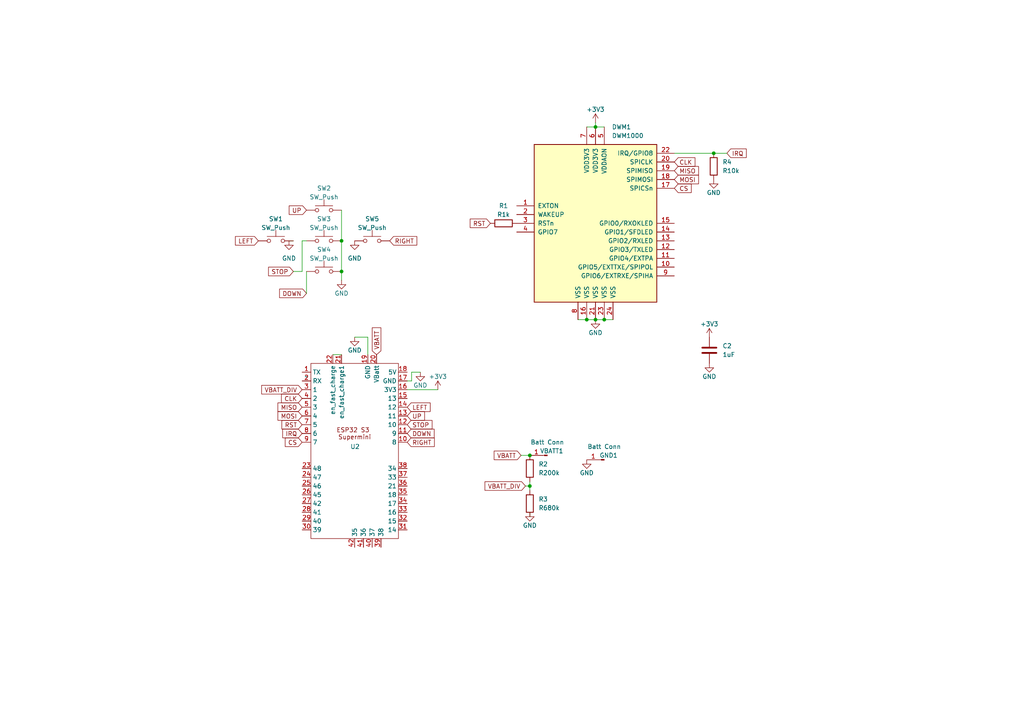
<source format=kicad_sch>
(kicad_sch (version 20230121) (generator eeschema)
  (paper "A4")
  (lib_symbols
    (symbol "Connector:Conn_01x01_Pin" (pin_names (offset 1.016) hide)
      (property "Reference" "J" (at 0 2.54 0))
      (property "Value" "Conn_01x01_Pin" (at 0 -2.54 0))
      (symbol "Conn_01x01_Pin_1_1"
        (polyline (pts (xy 1.27 0) (xy 0.8636 0)) (stroke (width 0.1524)))
        (rectangle (start 0.8636 0.127) (end 0 -0.127) (stroke (width 0.1524)) (fill (type outline)))
        (pin passive line (at 5.08 0 180) (length 3.81) (name "Pin_1") (number "1"))
      )
    )
    (symbol "Device:C" (pin_numbers hide) (pin_names (offset 0.254))
      (property "Reference" "C" (at 0.635 2.54 0))
      (property "Value" "C" (at 0.635 -2.54 0))
      (symbol "C_0_1"
        (polyline (pts (xy -2.032 -0.762) (xy 2.032 -0.762)) (stroke (width 0.508)))
        (polyline (pts (xy -2.032 0.762) (xy 2.032 0.762)) (stroke (width 0.508)))
      )
      (symbol "C_1_1"
        (pin passive line (at 0 3.81 270) (length 2.794) (name "~") (number "1"))
        (pin passive line (at 0 -3.81 90) (length 2.794) (name "~") (number "2"))
      )
    )
    (symbol "Device:R" (pin_numbers hide) (pin_names (offset 0))
      (property "Reference" "R" (at 2.032 0 90))
      (property "Value" "R" (at 0 0 90))
      (symbol "R_0_1"
        (rectangle (start -1.016 -2.54) (end 1.016 2.54) (stroke (width 0.254)))
      )
      (symbol "R_1_1"
        (pin passive line (at 0 3.81 270) (length 1.27) (name "~") (number "1"))
        (pin passive line (at 0 -3.81 90) (length 1.27) (name "~") (number "2"))
      )
    )
    (symbol "ESP32 S3 Supermini:ESP32_S3_Supermini"
      (property "Reference" "U2" (at 12.7 -20.32 0))
      (property "Value" "~" (at 0 0 0))
      (symbol "ESP32_S3_Supermini_0_1"
        (rectangle (start 1.27 3.81) (end 26.67 -46.99))
      )
      (symbol "ESP32_S3_Supermini_1_1"
        (text "ESP32 S3 \nSupermini" (at 13.97 -16.51 0) (effects (font (size 1.27 1.27))))
        (pin bidirectional line (at -1.27 1.27 0) (length 2.54) (name "TX") (number "1"))
        (pin bidirectional line (at 29.21 -19.05 180) (length 2.54) (name "8") (number "10"))
        (pin bidirectional line (at 29.21 -16.51 180) (length 2.54) (name "9") (number "11"))
        (pin bidirectional line (at 29.21 -13.97 180) (length 2.54) (name "10") (number "12"))
        (pin bidirectional line (at 29.21 -11.43 180) (length 2.54) (name "11") (number "13"))
        (pin bidirectional line (at 29.21 -8.89 180) (length 2.54) (name "12") (number "14"))
        (pin bidirectional line (at 29.21 -6.35 180) (length 2.54) (name "13") (number "15"))
        (pin bidirectional line (at 29.21 -3.81 180) (length 2.54) (name "3V3") (number "16"))
        (pin bidirectional line (at 29.21 -1.27 180) (length 2.54) (name "GND") (number "17"))
        (pin power_in line (at 29.21 1.27 180) (length 2.54) (name "5V") (number "18"))
        (pin bidirectional line (at 17.78 6.35 270) (length 2.54) (name "GND") (number "19"))
        (pin bidirectional line (at -1.27 -1.27 0) (length 2.54) (name "RX") (number "2"))
        (pin power_in line (at 20.32 6.35 270) (length 2.54) (name "VBatt") (number "20"))
        (pin bidirectional line (at 10.16 6.35 270) (length 2.54) (name "en_fast_charge1") (number "21"))
        (pin bidirectional line (at 7.62 6.35 270) (length 2.54) (name "en_fast_charge") (number "22"))
        (pin bidirectional line (at -1.27 -26.67 0) (length 2.54) (name "48") (number "23"))
        (pin bidirectional line (at -1.27 -29.21 0) (length 2.54) (name "47") (number "24"))
        (pin bidirectional line (at -1.27 -31.75 0) (length 2.54) (name "46") (number "25"))
        (pin bidirectional line (at -1.27 -34.29 0) (length 2.54) (name "45") (number "26"))
        (pin bidirectional line (at -1.27 -36.83 0) (length 2.54) (name "42") (number "27"))
        (pin bidirectional line (at -1.27 -39.37 0) (length 2.54) (name "41") (number "28"))
        (pin bidirectional line (at -1.27 -41.91 0) (length 2.54) (name "40") (number "29"))
        (pin bidirectional line (at -1.27 -3.81 0) (length 2.54) (name "1") (number "3"))
        (pin bidirectional line (at -1.27 -44.45 0) (length 2.54) (name "39") (number "30"))
        (pin bidirectional line (at 29.21 -44.45 180) (length 2.54) (name "14") (number "31"))
        (pin bidirectional line (at 29.21 -41.91 180) (length 2.54) (name "15") (number "32"))
        (pin bidirectional line (at 29.21 -39.37 180) (length 2.54) (name "16") (number "33"))
        (pin bidirectional line (at 29.21 -36.83 180) (length 2.54) (name "17") (number "34"))
        (pin bidirectional line (at 29.21 -34.29 180) (length 2.54) (name "18") (number "35"))
        (pin bidirectional line (at 29.21 -31.75 180) (length 2.54) (name "21") (number "36"))
        (pin bidirectional line (at 29.21 -29.21 180) (length 2.54) (name "33") (number "37"))
        (pin bidirectional line (at 29.21 -26.67 180) (length 2.54) (name "34") (number "38"))
        (pin bidirectional line (at 21.59 -49.53 90) (length 2.54) (name "38") (number "39"))
        (pin bidirectional line (at -1.27 -6.35 0) (length 2.54) (name "2") (number "4"))
        (pin bidirectional line (at 19.05 -49.53 90) (length 2.54) (name "37") (number "40"))
        (pin bidirectional line (at 16.51 -49.53 90) (length 2.54) (name "36") (number "41"))
        (pin bidirectional line (at 13.97 -49.53 90) (length 2.54) (name "35") (number "42"))
        (pin bidirectional line (at -1.27 -8.89 0) (length 2.54) (name "3") (number "5"))
        (pin bidirectional line (at -1.27 -11.43 0) (length 2.54) (name "4") (number "6"))
        (pin bidirectional line (at -1.27 -13.97 0) (length 2.54) (name "5") (number "7"))
        (pin bidirectional line (at -1.27 -16.51 0) (length 2.54) (name "6") (number "8"))
        (pin bidirectional line (at -1.27 -19.05 0) (length 2.54) (name "7") (number "9"))
      )
    )
    (symbol "RF_Module:DWM1000" (pin_names (offset 1.016))
      (property "Reference" "DWM" (at 7.62 25.4 0))
      (property "Value" "DWM1000" (at 1.27 3.81 0))
      (symbol "DWM1000_0_1"
        (rectangle (start 17.78 22.86) (end -17.78 -22.86) (stroke (width 0.254)) (fill (type background)))
      )
      (symbol "DWM1000_1_1"
        (pin output line (at -22.86 5.08 0) (length 5.08) (name "EXTON") (number "1"))
        (pin bidirectional line (at 22.86 -12.7 180) (length 5.08) (name "GPIO5/EXTTXE/SPIPOL") (number "10"))
        (pin bidirectional line (at 22.86 -10.16 180) (length 5.08) (name "GPIO4/EXTPA") (number "11"))
        (pin bidirectional line (at 22.86 -7.62 180) (length 5.08) (name "GPIO3/TXLED") (number "12"))
        (pin bidirectional line (at 22.86 -5.08 180) (length 5.08) (name "GPIO2/RXLED") (number "13"))
        (pin bidirectional line (at 22.86 -2.54 180) (length 5.08) (name "GPIO1/SFDLED") (number "14"))
        (pin bidirectional line (at 22.86 0 180) (length 5.08) (name "GPIO0/RXOKLED") (number "15"))
        (pin power_in line (at -2.54 -27.94 90) (length 5.08) (name "VSS") (number "16"))
        (pin input line (at 22.86 10.16 180) (length 5.08) (name "SPICSn") (number "17"))
        (pin input line (at 22.86 12.7 180) (length 5.08) (name "SPIMOSI") (number "18"))
        (pin output line (at 22.86 15.24 180) (length 5.08) (name "SPIMISO") (number "19"))
        (pin bidirectional line (at -22.86 2.54 0) (length 5.08) (name "WAKEUP") (number "2"))
        (pin input line (at 22.86 17.78 180) (length 5.08) (name "SPICLK") (number "20"))
        (pin power_in line (at 0 -27.94 90) (length 5.08) (name "VSS") (number "21"))
        (pin bidirectional line (at 22.86 20.32 180) (length 5.08) (name "IRQ/GPIO8") (number "22"))
        (pin power_in line (at 2.54 -27.94 90) (length 5.08) (name "VSS") (number "23"))
        (pin power_in line (at 5.08 -27.94 90) (length 5.08) (name "VSS") (number "24"))
        (pin bidirectional line (at -22.86 0 0) (length 5.08) (name "RSTn") (number "3"))
        (pin bidirectional line (at -22.86 -2.54 0) (length 5.08) (name "GPIO7") (number "4"))
        (pin power_in line (at 2.54 27.94 270) (length 5.08) (name "VDDAON") (number "5"))
        (pin power_in line (at 0 27.94 270) (length 5.08) (name "VDD3V3") (number "6"))
        (pin power_in line (at -2.54 27.94 270) (length 5.08) (name "VDD3V3") (number "7"))
        (pin power_in line (at -5.08 -27.94 90) (length 5.08) (name "VSS") (number "8"))
        (pin bidirectional line (at 22.86 -15.24 180) (length 5.08) (name "GPIO6/EXTRXE/SPIHA") (number "9"))
      )
    )
    (symbol "Switch:SW_Push" (pin_numbers hide) (pin_names (offset 1.016) hide)
      (property "Reference" "SW" (at 1.27 2.54 0))
      (property "Value" "SW_Push" (at 0 -1.524 0))
      (symbol "SW_Push_0_1"
        (circle (center -2.032 0) (radius 0.508))
        (polyline (pts (xy 0 1.27) (xy 0 3.048)))
        (polyline (pts (xy 2.54 1.27) (xy -2.54 1.27)))
        (circle (center 2.032 0) (radius 0.508))
        (pin passive line (at -5.08 0 0) (length 2.54) (name "1") (number "1"))
        (pin passive line (at 5.08 0 180) (length 2.54) (name "2") (number "2"))
      )
    )
    (symbol "power:+3V3" (power) (pin_names (offset 0))
      (property "Value" "+3V3" (at 0 3.556 0))
      (symbol "+3V3_0_1"
        (polyline (pts (xy -0.762 1.27) (xy 0 2.54)))
        (polyline (pts (xy 0 0) (xy 0 2.54)))
        (polyline (pts (xy 0 2.54) (xy 0.762 1.27)))
      )
      (symbol "+3V3_1_1"
        (pin power_in line (at 0 0 90) (length 0) hide (name "+3V3") (number "1"))
      )
    )
    (symbol "power:GND" (power) (pin_names (offset 0))
      (property "Value" "GND" (at 0 -3.81 0))
      (symbol "GND_0_1"
        (polyline (pts (xy 0 0) (xy 0 -1.27) (xy 1.27 -1.27) (xy 0 -2.54) (xy -1.27 -1.27) (xy 0 -1.27)))
      )
      (symbol "GND_1_1"
        (pin power_in line (at 0 0 270) (length 0) hide (name "GND") (number "1"))
      )
    )
  )
  (junction (at 175.26 92.71))
  (junction (at 153.67 132.08))
  (junction (at 172.72 36.83))
  (junction (at 99.06 69.85))
  (junction (at 170.18 92.71))
  (junction (at 207.01 44.45))
  (junction (at 153.67 140.97))
  (junction (at 99.06 78.74))
  (junction (at 172.72 92.71))
  (wire (pts (xy 88.9 85.09) (xy 88.9 78.74)))
  (wire (pts (xy 85.09 78.74) (xy 87.63 78.74)))
  (wire (pts (xy 170.18 92.71) (xy 172.72 92.71)))
  (wire (pts (xy 207.01 44.45) (xy 195.58 44.45)))
  (wire (pts (xy 151.13 132.08) (xy 153.67 132.08)))
  (wire (pts (xy 83.82 69.85) (xy 85.09 69.85)))
  (wire (pts (xy 167.64 92.71) (xy 170.18 92.71)))
  (wire (pts (xy 172.72 92.71) (xy 175.26 92.71)))
  (wire (pts (xy 152.4 140.97) (xy 153.67 140.97)))
  (wire (pts (xy 153.67 139.7) (xy 153.67 140.97)))
  (wire (pts (xy 87.63 69.85) (xy 88.9 69.85)))
  (wire (pts (xy 118.11 113.03) (xy 127 113.03)))
  (wire (pts (xy 119.38 107.95) (xy 121.92 107.95)))
  (wire (pts (xy 87.63 78.74) (xy 87.63 69.85)))
  (wire (pts (xy 99.06 69.85) (xy 99.06 78.74)))
  (wire (pts (xy 99.06 60.96) (xy 99.06 69.85)))
  (wire (pts (xy 175.26 92.71) (xy 177.8 92.71)))
  (wire (pts (xy 153.67 149.86) (xy 153.67 148.59)))
  (wire (pts (xy 172.72 36.83) (xy 175.26 36.83)))
  (wire (pts (xy 153.67 140.97) (xy 153.67 142.24)))
  (wire (pts (xy 175.26 91.44) (xy 175.26 92.71)))
  (wire (pts (xy 119.38 107.95) (xy 119.38 110.49)))
  (wire (pts (xy 119.38 110.49) (xy 118.11 110.49)))
  (wire (pts (xy 172.72 35.56) (xy 172.72 36.83)))
  (wire (pts (xy 170.18 36.83) (xy 172.72 36.83)))
  (wire (pts (xy 102.87 97.79) (xy 106.68 97.79)))
  (wire (pts (xy 99.06 78.74) (xy 99.06 81.28)))
  (wire (pts (xy 210.82 44.45) (xy 207.01 44.45)))
  (wire (pts (xy 106.68 97.79) (xy 106.68 102.87)))
  (wire (pts (xy 96.52 102.87) (xy 99.06 102.87)))
  (global_label "IRQ" (shape input) (at 210.82 44.45 0) (property "Intersheetrefs" "${INTERSHEET_REFS}" (effects hide)))
  (global_label "RIGHT" (shape input) (at 118.11 128.27 0) (property "Intersheetrefs" "${INTERSHEET_REFS}" (effects hide)))
  (global_label "MISO" (shape input) (at 195.58 49.53 0) (property "Intersheetrefs" "${INTERSHEET_REFS}" (effects hide)))
  (global_label "RST" (shape input) (at 142.24 64.77 180) (property "Intersheetrefs" "${INTERSHEET_REFS}" (effects hide)))
  (global_label "DOWN" (shape input) (at 88.9 85.09 180) (property "Intersheetrefs" "${INTERSHEET_REFS}" (effects hide)))
  (global_label "STOP" (shape input) (at 85.09 78.74 180) (property "Intersheetrefs" "${INTERSHEET_REFS}" (effects hide)))
  (global_label "VBATT" (shape input) (at 151.13 132.08 180) (property "Intersheetrefs" "${INTERSHEET_REFS}" (effects hide)))
  (global_label "CLK" (shape input) (at 87.63 115.57 180) (property "Intersheetrefs" "${INTERSHEET_REFS}" (effects hide)))
  (global_label "STOP" (shape input) (at 118.11 123.19 0) (property "Intersheetrefs" "${INTERSHEET_REFS}" (effects hide)))
  (global_label "RIGHT" (shape input) (at 113.03 69.85 0) (property "Intersheetrefs" "${INTERSHEET_REFS}" (effects hide)))
  (global_label "VBATT_DIV" (shape input) (at 87.63 113.03 180) (property "Intersheetrefs" "${INTERSHEET_REFS}" (effects hide)))
  (global_label "MOSI" (shape input) (at 195.58 52.07 0) (property "Intersheetrefs" "${INTERSHEET_REFS}" (effects hide)))
  (global_label "MISO" (shape input) (at 87.63 118.11 180) (property "Intersheetrefs" "${INTERSHEET_REFS}" (effects hide)))
  (global_label "VBATT" (shape input) (at 109.22 102.87 90) (property "Intersheetrefs" "${INTERSHEET_REFS}" (effects hide)))
  (global_label "LEFT" (shape input) (at 118.11 118.11 0) (property "Intersheetrefs" "${INTERSHEET_REFS}" (effects hide)))
  (global_label "LEFT" (shape input) (at 74.93 69.85 180) (property "Intersheetrefs" "${INTERSHEET_REFS}" (effects hide)))
  (global_label "DOWN" (shape input) (at 118.11 125.73 0) (property "Intersheetrefs" "${INTERSHEET_REFS}" (effects hide)))
  (global_label "CLK" (shape input) (at 195.58 46.99 0) (property "Intersheetrefs" "${INTERSHEET_REFS}" (effects hide)))
  (global_label "CS" (shape input) (at 195.58 54.61 0) (property "Intersheetrefs" "${INTERSHEET_REFS}" (effects hide)))
  (global_label "MOSI" (shape input) (at 87.63 120.65 180) (property "Intersheetrefs" "${INTERSHEET_REFS}" (effects hide)))
  (global_label "RST" (shape input) (at 87.63 123.19 180) (property "Intersheetrefs" "${INTERSHEET_REFS}" (effects hide)))
  (global_label "IRQ" (shape input) (at 87.63 125.73 180) (property "Intersheetrefs" "${INTERSHEET_REFS}" (effects hide)))
  (global_label "UP" (shape input) (at 118.11 120.65 0) (property "Intersheetrefs" "${INTERSHEET_REFS}" (effects hide)))
  (global_label "VBATT_DIV" (shape input) (at 152.4 140.97 180) (property "Intersheetrefs" "${INTERSHEET_REFS}" (effects hide)))
  (global_label "UP" (shape input) (at 88.9 60.96 180) (property "Intersheetrefs" "${INTERSHEET_REFS}" (effects hide)))
  (global_label "CS" (shape input) (at 87.63 128.27 180) (property "Intersheetrefs" "${INTERSHEET_REFS}" (effects hide)))
  (symbol (lib_id "power:GND") (at 172.72 92.71 0) (unit 1)
    (property "Reference" "#PWR011" (effects hide))
    (property "Value" "GND" (at 172.72 96.52 0))
  )
  (symbol (lib_id "Device:R") (at 153.67 135.89 0) (unit 1)
    (property "Reference" "R2" (at 156.21 134.62 0) (effects (justify left)))
    (property "Value" "R200k" (at 156.21 137.16 0) (effects (justify left)))
    (property "Footprint" "Resistor_SMD:R_0603_1608Metric_Pad0.98x0.95mm_HandSolder" (effects hide))
  )
  (symbol (lib_id "Device:C") (at 205.74 101.6 180) (unit 1)
    (property "Reference" "C2" (at 209.55 100.33 0) (effects (justify right)))
    (property "Value" "1uF" (at 209.55 102.87 0) (effects (justify right)))
    (property "Footprint" "Capacitor_SMD:C_1206_3216Metric_Pad1.33x1.80mm_HandSolder" (effects hide))
  )
  (symbol (lib_id "Device:R") (at 153.67 146.05 0) (unit 1)
    (property "Reference" "R3" (at 156.21 144.78 0) (effects (justify left)))
    (property "Value" "R680k" (at 156.21 147.32 0) (effects (justify left)))
    (property "Footprint" "Resistor_SMD:R_0603_1608Metric_Pad0.98x0.95mm_HandSolder" (effects hide))
  )
  (symbol (lib_id "Switch:SW_Push") (at 93.98 60.96 0) (unit 1)
    (property "Reference" "SW2" (at 93.98 54.61 0))
    (property "Value" "SW_Push" (at 93.98 57.15 0))
    (property "Footprint" "Button_Switch_THT:SW_PUSH-12mm" (effects hide))
  )
  (symbol (lib_id "power:GND") (at 83.82 69.85 0) (unit 1)
    (property "Reference" "#PWR02" (effects hide))
    (property "Value" "GND" (at 83.82 74.93 0))
  )
  (symbol (lib_id "power:+3V3") (at 205.74 97.79 0) (unit 1)
    (property "Reference" "#PWR012" (effects hide))
    (property "Value" "+3V3" (at 205.74 93.98 0))
  )
  (symbol (lib_id "power:GND") (at 205.74 105.41 0) (unit 1)
    (property "Reference" "#PWR013" (effects hide))
    (property "Value" "GND" (at 205.74 109.22 0))
  )
  (symbol (lib_id "power:GND") (at 102.87 97.79 0) (unit 1)
    (property "Reference" "#PWR016" (effects hide))
    (property "Value" "GND" (at 102.87 101.6 0))
  )
  (symbol (lib_id "power:GND") (at 121.92 107.95 0) (unit 1)
    (property "Reference" "#PWR015" (effects hide))
    (property "Value" "GND" (at 121.92 111.76 0))
  )
  (symbol (lib_id "Connector:Conn_01x01_Pin") (at 175.26 133.35 180) (unit 1)
    (property "Reference" "GND1" (at 176.53 132.08 0))
    (property "Value" "Batt Conn" (at 175.26 129.54 0))
    (property "Footprint" "Connector_PinHeader_2.54mm:PinHeader_1x01_P2.54mm_Vertical" (effects hide))
  )
  (symbol (lib_id "Device:R") (at 146.05 64.77 270) (unit 1)
    (property "Reference" "R1" (at 146.05 59.69 90))
    (property "Value" "R1k" (at 146.05 62.23 90))
    (property "Footprint" "Resistor_SMD:R_0603_1608Metric_Pad0.98x0.95mm_HandSolder" (effects hide))
  )
  (symbol (lib_id "power:GND") (at 153.67 148.59 0) (unit 1)
    (property "Reference" "#PWR08" (effects hide))
    (property "Value" "GND" (at 153.67 152.4 0))
  )
  (symbol (lib_id "power:+3V3") (at 172.72 35.56 0) (unit 1)
    (property "Reference" "#PWR010" (effects hide))
    (property "Value" "+3V3" (at 172.72 31.75 0))
  )
  (symbol (lib_id "power:+3V3") (at 127 113.03 0) (unit 1)
    (property "Reference" "#PWR017" (effects hide))
    (property "Value" "+3V3" (at 127 109.22 0))
  )
  (symbol (lib_id "RF_Module:DWM1000") (at 172.72 64.77 0) (unit 1)
    (property "Reference" "DWM1" (at 177.4541 36.83 0) (effects (justify left)))
    (property "Value" "DWM1000" (at 177.4541 39.37 0) (effects (justify left)))
    (property "Footprint" "RF_Module:DWM1000" (effects hide))
    (property "Datasheet" "https://www.decawave.com/sites/default/files/resources/dwm1000-datasheet-v1.3.pdf" (effects hide))
  )
  (symbol (lib_id "Switch:SW_Push") (at 93.98 69.85 0) (unit 1)
    (property "Reference" "SW3" (at 93.98 63.5 0))
    (property "Value" "SW_Push" (at 93.98 66.04 0))
    (property "Footprint" "Button_Switch_THT:SW_PUSH-12mm" (effects hide))
  )
  (symbol (lib_id "power:GND") (at 207.01 52.07 0) (unit 1)
    (property "Reference" "#PWR014" (effects hide))
    (property "Value" "GND" (at 207.01 55.88 0))
  )
  (symbol (lib_id "ESP32 S3 Supermini:ESP32_S3_Supermini") (at 88.9 109.22 0) (unit 1)
    (property "Reference" "U2" (at 101.6 129.54 0) (effects (justify left)))
    (property "Value" "~" (at 88.9 109.22 0))
    (property "Footprint" "ESP32 S3 Supermini:ESP32 S3 Supermini" (effects hide))
  )
  (symbol (lib_id "power:GND") (at 170.18 133.35 0) (unit 1)
    (property "Reference" "#PWR09" (effects hide))
    (property "Value" "GND" (at 170.18 137.16 0))
  )
  (symbol (lib_id "Switch:SW_Push") (at 80.01 69.85 0) (unit 1)
    (property "Reference" "SW1" (at 80.01 63.5 0))
    (property "Value" "SW_Push" (at 80.01 66.04 0))
    (property "Footprint" "Button_Switch_THT:SW_PUSH-12mm" (effects hide))
  )
  (symbol (lib_id "power:GND") (at 102.87 69.85 0) (unit 1)
    (property "Reference" "#PWR04" (effects hide))
    (property "Value" "GND" (at 102.87 74.93 0))
  )
  (symbol (lib_id "Switch:SW_Push") (at 93.98 78.74 0) (unit 1)
    (property "Reference" "SW4" (at 93.98 72.39 0))
    (property "Value" "SW_Push" (at 93.98 74.93 0))
    (property "Footprint" "Button_Switch_THT:SW_PUSH-12mm" (effects hide))
  )
  (symbol (lib_id "Connector:Conn_01x01_Pin") (at 158.75 132.08 180) (unit 1)
    (property "Reference" "VBATT1" (at 160.02 130.81 0))
    (property "Value" "Batt Conn" (at 158.75 128.27 0))
    (property "Footprint" "Connector_PinHeader_2.54mm:PinHeader_1x01_P2.54mm_Vertical" (effects hide))
  )
  (symbol (lib_id "power:GND") (at 99.06 81.28 0) (unit 1)
    (property "Reference" "#PWR03" (effects hide))
    (property "Value" "GND" (at 99.06 85.09 0))
  )
  (symbol (lib_id "Switch:SW_Push") (at 107.95 69.85 0) (unit 1)
    (property "Reference" "SW5" (at 107.95 63.5 0))
    (property "Value" "SW_Push" (at 107.95 66.04 0))
    (property "Footprint" "Button_Switch_THT:SW_PUSH-12mm" (effects hide))
  )
  (symbol (lib_id "Device:R") (at 207.01 48.26 0) (unit 1)
    (property "Reference" "R4" (at 209.55 46.99 0) (effects (justify left)))
    (property "Value" "R10k" (at 209.55 49.53 0) (effects (justify left)))
    (property "Footprint" "Resistor_SMD:R_0603_1608Metric_Pad0.98x0.95mm_HandSolder" (effects hide))
  )
)
</source>
